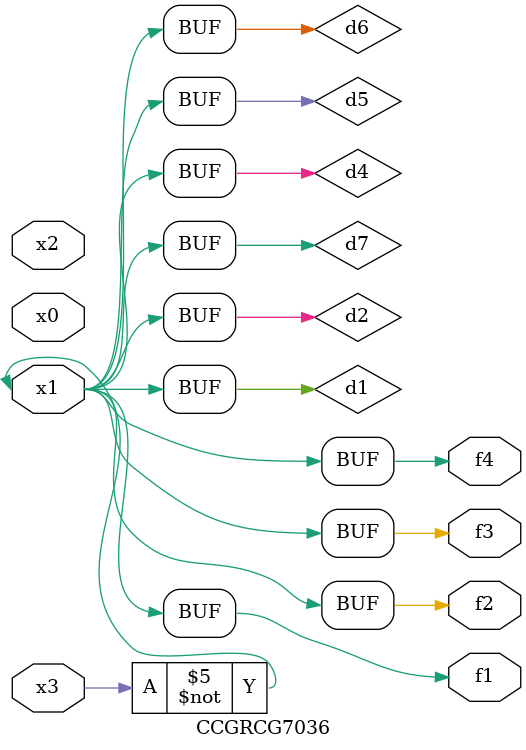
<source format=v>
module CCGRCG7036(
	input x0, x1, x2, x3,
	output f1, f2, f3, f4
);

	wire d1, d2, d3, d4, d5, d6, d7;

	not (d1, x3);
	buf (d2, x1);
	xnor (d3, d1, d2);
	nor (d4, d1);
	buf (d5, d1, d2);
	buf (d6, d4, d5);
	nand (d7, d4);
	assign f1 = d6;
	assign f2 = d7;
	assign f3 = d6;
	assign f4 = d6;
endmodule

</source>
